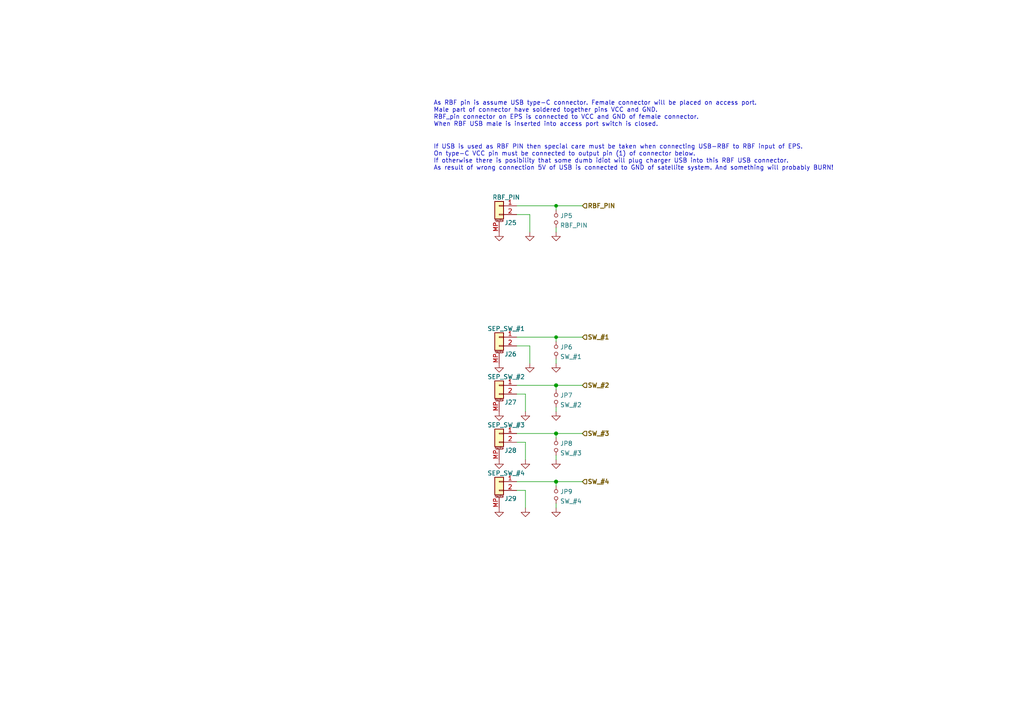
<source format=kicad_sch>
(kicad_sch (version 20210621) (generator eeschema)
  (paper "A4")
  (title_block (title "BUTCube - EPS") (date "2021-06-01") (rev "v1.0") (company "VUT - FIT(STRaDe) & FME(IAE & IPE)") (comment 1 "Author: Petr Malaník"))
  (lib_symbols
    (symbol "Connector_Generic_MountingPin:Conn_01x02_MountingPin" (pin_names (offset 1.016) hide)
      (property "Reference" "J" (at 0 2.54 0))
      (property "Value" "Conn_01x02_MountingPin" (at 1.27 -5.08 0))
      (symbol "Conn_01x02_MountingPin_1_1"
        (text "Mounting" (at 0 -4.191 0) (effects (font (size 0.381 0.381))))
        (rectangle (start -1.27 -2.413) (end 0 -2.667) (stroke (width 0.1524)))
        (rectangle (start -1.27 0.127) (end 0 -0.127) (stroke (width 0.1524)))
        (rectangle (start -1.27 1.27) (end 1.27 -3.81) (stroke (width 0.254)) (fill (type background)))
        (polyline (pts (xy -1.016 -4.572) (xy 1.016 -4.572)) (stroke (width 0.1524)))
        (pin passive line (at -5.08 0 0) (length 3.81) (name "Pin_1") (number "1"))
        (pin passive line (at -5.08 -2.54 0) (length 3.81) (name "Pin_2") (number "2"))
        (pin passive line (at 0 -7.62 90) (length 3.048) (name "MountPin") (number "MP"))
      )
    )
    (symbol "Device:Jumper_NO_Small" (pin_numbers hide) (pin_names (offset 0.762) hide)
      (property "Reference" "JP" (at 0 2.032 0))
      (property "Value" "Jumper_NO_Small" (at 0.254 -1.524 0))
      (symbol "Jumper_NO_Small_0_1"
        (circle (center -1.016 0) (radius 0.508))
        (circle (center 1.016 0) (radius 0.508))
        (pin passive line (at -2.54 0 0) (length 1.016) (name "1") (number "1"))
        (pin passive line (at 2.54 0 180) (length 1.016) (name "2") (number "2"))
      )
    )
    (symbol "power:GND" (power) (pin_names (offset 0))
      (property "Value" "GND" (at 0 -3.81 0))
      (symbol "GND_0_1"
        (polyline (pts (xy 0 0) (xy 0 -1.27) (xy 1.27 -1.27) (xy 0 -2.54) (xy -1.27 -1.27) (xy 0 -1.27)))
      )
      (symbol "GND_1_1"
        (pin power_in line (at 0 0 270) (length 0) hide (name "GND") (number "1"))
      )
    )
  )
  (junction (at 161.29 59.69) (diameter 0.9144))
  (junction (at 161.29 97.79) (diameter 0.9144))
  (junction (at 161.29 111.76) (diameter 1.016))
  (junction (at 161.29 125.73) (diameter 1.016))
  (junction (at 161.29 139.7) (diameter 1.016))
  (wire (pts (xy 149.86 59.69) (xy 161.29 59.69)))
  (wire (pts (xy 149.86 62.23) (xy 153.67 62.23)))
  (wire (pts (xy 149.86 97.79) (xy 161.29 97.79)))
  (wire (pts (xy 149.86 100.33) (xy 153.67 100.33)))
  (wire (pts (xy 149.86 111.76) (xy 161.29 111.76)))
  (wire (pts (xy 149.86 114.3) (xy 152.4 114.3)))
  (wire (pts (xy 149.86 125.73) (xy 161.29 125.73)))
  (wire (pts (xy 149.86 128.27) (xy 152.4 128.27)))
  (wire (pts (xy 149.86 139.7) (xy 161.29 139.7)))
  (wire (pts (xy 149.86 142.24) (xy 152.4 142.24)))
  (wire (pts (xy 152.4 114.3) (xy 152.4 119.38)))
  (wire (pts (xy 152.4 128.27) (xy 152.4 133.35)))
  (wire (pts (xy 152.4 142.24) (xy 152.4 147.32)))
  (wire (pts (xy 153.67 62.23) (xy 153.67 67.31)))
  (wire (pts (xy 153.67 100.33) (xy 153.67 105.41)))
  (wire (pts (xy 161.29 59.69) (xy 161.29 60.96)))
  (wire (pts (xy 161.29 59.69) (xy 168.91 59.69)))
  (wire (pts (xy 161.29 66.04) (xy 161.29 67.31)))
  (wire (pts (xy 161.29 97.79) (xy 161.29 99.06)))
  (wire (pts (xy 161.29 97.79) (xy 168.91 97.79)))
  (wire (pts (xy 161.29 104.14) (xy 161.29 105.41)))
  (wire (pts (xy 161.29 111.76) (xy 161.29 113.03)))
  (wire (pts (xy 161.29 111.76) (xy 168.91 111.76)))
  (wire (pts (xy 161.29 118.11) (xy 161.29 119.38)))
  (wire (pts (xy 161.29 125.73) (xy 161.29 127)))
  (wire (pts (xy 161.29 125.73) (xy 168.91 125.73)))
  (wire (pts (xy 161.29 132.08) (xy 161.29 133.35)))
  (wire (pts (xy 161.29 139.7) (xy 161.29 140.97)))
  (wire (pts (xy 161.29 139.7) (xy 168.91 139.7)))
  (wire (pts (xy 161.29 146.05) (xy 161.29 147.32)))
  (text "As RBF pin is assume USB type-C connector. Female connector will be placed on access port.\nMale part of connector have soldered together pins VCC and GND.\nRBF_pin connector on EPS is connected to VCC and GND of female connector.\nWhen RBF USB male is inserted into access port switch is closed." (at 125.73 36.83 0) (effects (font (size 1.27 1.27)) (justify left bottom)))
  (text "If USB is used as RBF PIN then special care must be taken when connecting USB-RBF to RBF input of EPS.\nOn type-C VCC pin must be connected to output pin (1) of connector below.\nIf otherwise there is posibility that some dumb idiot will plug charger USB into this RBF USB connector.\nAs result of wrong connection 5V of USB is connected to GND of satellite system. And something will probably BURN!\n" (at 125.73 49.53 0) (effects (font (size 1.27 1.27)) (justify left bottom)))
  (hierarchical_label "RBF_PIN" (shape input) (at 168.91 59.69 0) (effects (font (thickness 0.254))))
  (hierarchical_label "SW_#1" (shape input) (at 168.91 97.79 0) (effects (font (thickness 0.254))))
  (hierarchical_label "SW_#2" (shape input) (at 168.91 111.76 0) (effects (font (thickness 0.254))))
  (hierarchical_label "SW_#3" (shape input) (at 168.91 125.73 0) (effects (font (thickness 0.254))))
  (hierarchical_label "SW_#4" (shape input) (at 168.91 139.7 0) (effects (font (thickness 0.254))))
  (symbol (lib_id "Device:Jumper_NO_Small") (at 161.29 63.5 90) (unit 1)
    (property "Reference" "JP5" (at 162.4331 62.5915 90) (effects (justify right)))
    (property "Value" "RBF_PIN" (at 162.4331 65.3666 90) (effects (justify right)))
    (property "Footprint" "Connector_PinHeader_2.54mm:PinHeader_1x03_P2.54mm_Vertical" (effects hide))
  )
  (symbol (lib_id "Device:Jumper_NO_Small") (at 161.29 101.6 90) (unit 1)
    (property "Reference" "JP6" (at 162.4331 100.6915 90) (effects (justify right)))
    (property "Value" "SW_#1" (at 162.4331 103.4666 90) (effects (justify right)))
    (property "Footprint" "Connector_PinHeader_2.54mm:PinHeader_1x03_P2.54mm_Vertical" (effects hide))
  )
  (symbol (lib_id "Device:Jumper_NO_Small") (at 161.29 115.57 90) (unit 1)
    (property "Reference" "JP7" (at 162.4331 114.6615 90) (effects (justify right)))
    (property "Value" "SW_#2" (at 162.4331 117.4366 90) (effects (justify right)))
    (property "Footprint" "Connector_PinHeader_2.54mm:PinHeader_1x03_P2.54mm_Vertical" (effects hide))
  )
  (symbol (lib_id "Device:Jumper_NO_Small") (at 161.29 129.54 90) (unit 1)
    (property "Reference" "JP8" (at 162.4331 128.6315 90) (effects (justify right)))
    (property "Value" "SW_#3" (at 162.4331 131.4066 90) (effects (justify right)))
    (property "Footprint" "Connector_PinHeader_2.54mm:PinHeader_1x03_P2.54mm_Vertical" (effects hide))
  )
  (symbol (lib_id "Device:Jumper_NO_Small") (at 161.29 143.51 90) (unit 1)
    (property "Reference" "JP9" (at 162.4331 142.6015 90) (effects (justify right)))
    (property "Value" "SW_#4" (at 162.4331 145.3766 90) (effects (justify right)))
    (property "Footprint" "Connector_PinHeader_2.54mm:PinHeader_1x03_P2.54mm_Vertical" (effects hide))
  )
  (symbol (lib_id "power:GND") (at 144.78 67.31 0) (unit 1)
    (property "Reference" "#PWR0281" (effects hide))
    (property "Value" "GND" (effects hide))
  )
  (symbol (lib_id "power:GND") (at 144.78 105.41 0) (unit 1)
    (property "Reference" "#PWR0282" (effects hide))
    (property "Value" "GND" (effects hide))
  )
  (symbol (lib_id "power:GND") (at 144.78 119.38 0) (unit 1)
    (property "Reference" "#PWR0283" (effects hide))
    (property "Value" "GND" (effects hide))
  )
  (symbol (lib_id "power:GND") (at 144.78 133.35 0) (unit 1)
    (property "Reference" "#PWR0284" (effects hide))
    (property "Value" "GND" (effects hide))
  )
  (symbol (lib_id "power:GND") (at 144.78 147.32 0) (unit 1)
    (property "Reference" "#PWR0285" (effects hide))
    (property "Value" "GND" (effects hide))
  )
  (symbol (lib_id "power:GND") (at 152.4 119.38 0) (unit 1)
    (property "Reference" "#PWR0286" (effects hide))
    (property "Value" "GND" (effects hide))
  )
  (symbol (lib_id "power:GND") (at 152.4 133.35 0) (unit 1)
    (property "Reference" "#PWR0287" (effects hide))
    (property "Value" "GND" (effects hide))
  )
  (symbol (lib_id "power:GND") (at 152.4 147.32 0) (unit 1)
    (property "Reference" "#PWR0288" (effects hide))
    (property "Value" "GND" (effects hide))
  )
  (symbol (lib_id "power:GND") (at 153.67 67.31 0) (unit 1)
    (property "Reference" "#PWR0289" (effects hide))
    (property "Value" "GND" (effects hide))
  )
  (symbol (lib_id "power:GND") (at 153.67 105.41 0) (unit 1)
    (property "Reference" "#PWR0290" (effects hide))
    (property "Value" "GND" (effects hide))
  )
  (symbol (lib_id "power:GND") (at 161.29 67.31 0) (unit 1)
    (property "Reference" "#PWR0291" (effects hide))
    (property "Value" "GND" (effects hide))
  )
  (symbol (lib_id "power:GND") (at 161.29 105.41 0) (unit 1)
    (property "Reference" "#PWR0292" (effects hide))
    (property "Value" "GND" (effects hide))
  )
  (symbol (lib_id "power:GND") (at 161.29 119.38 0) (unit 1)
    (property "Reference" "#PWR0293" (effects hide))
    (property "Value" "GND" (effects hide))
  )
  (symbol (lib_id "power:GND") (at 161.29 133.35 0) (unit 1)
    (property "Reference" "#PWR0294" (effects hide))
    (property "Value" "GND" (effects hide))
  )
  (symbol (lib_id "power:GND") (at 161.29 147.32 0) (unit 1)
    (property "Reference" "#PWR0295" (effects hide))
    (property "Value" "GND" (effects hide))
  )
  (symbol (lib_id "Connector_Generic_MountingPin:Conn_01x02_MountingPin") (at 144.78 59.69 0) (mirror y) (unit 1)
    (property "Reference" "J25" (at 148.082 64.6134 0))
    (property "Value" "RBF_PIN" (at 146.812 57.2285 0))
  )
  (symbol (lib_id "Connector_Generic_MountingPin:Conn_01x02_MountingPin") (at 144.78 97.79 0) (mirror y) (unit 1)
    (property "Reference" "J26" (at 148.082 102.7134 0))
    (property "Value" "SEP_SW_#1" (at 146.812 95.3285 0))
  )
  (symbol (lib_id "Connector_Generic_MountingPin:Conn_01x02_MountingPin") (at 144.78 111.76 0) (mirror y) (unit 1)
    (property "Reference" "J27" (at 148.082 116.6834 0))
    (property "Value" "SEP_SW_#2" (at 146.812 109.2985 0))
  )
  (symbol (lib_id "Connector_Generic_MountingPin:Conn_01x02_MountingPin") (at 144.78 125.73 0) (mirror y) (unit 1)
    (property "Reference" "J28" (at 148.082 130.6534 0))
    (property "Value" "SEP_SW_#3" (at 146.812 123.2685 0))
  )
  (symbol (lib_id "Connector_Generic_MountingPin:Conn_01x02_MountingPin") (at 144.78 139.7 0) (mirror y) (unit 1)
    (property "Reference" "J29" (at 148.082 144.6234 0))
    (property "Value" "SEP_SW_#4" (at 146.812 137.2385 0))
  )
)
</source>
